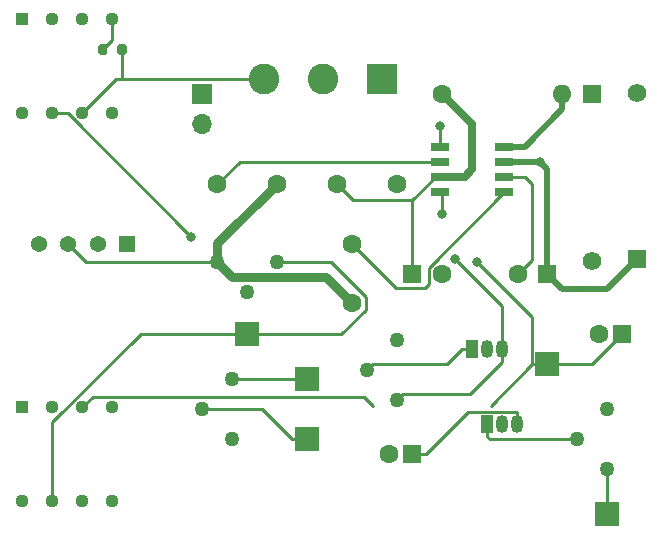
<source format=gbr>
%TF.GenerationSoftware,KiCad,Pcbnew,(5.1.9)-1*%
%TF.CreationDate,2021-05-16T10:50:45-07:00*%
%TF.ProjectId,VacuumSensor,56616375-756d-4536-956e-736f722e6b69,rev?*%
%TF.SameCoordinates,Original*%
%TF.FileFunction,Copper,L1,Top*%
%TF.FilePolarity,Positive*%
%FSLAX46Y46*%
G04 Gerber Fmt 4.6, Leading zero omitted, Abs format (unit mm)*
G04 Created by KiCad (PCBNEW (5.1.9)-1) date 2021-05-16 10:50:45*
%MOMM*%
%LPD*%
G01*
G04 APERTURE LIST*
%TA.AperFunction,ComponentPad*%
%ADD10C,1.260000*%
%TD*%
%TA.AperFunction,ComponentPad*%
%ADD11C,1.600000*%
%TD*%
%TA.AperFunction,ComponentPad*%
%ADD12R,1.600000X1.600000*%
%TD*%
%TA.AperFunction,SMDPad,CuDef*%
%ADD13R,2.000000X2.000000*%
%TD*%
%TA.AperFunction,ComponentPad*%
%ADD14O,1.700000X1.700000*%
%TD*%
%TA.AperFunction,ComponentPad*%
%ADD15R,1.700000X1.700000*%
%TD*%
%TA.AperFunction,ComponentPad*%
%ADD16C,1.575000*%
%TD*%
%TA.AperFunction,ComponentPad*%
%ADD17R,1.575000X1.575000*%
%TD*%
%TA.AperFunction,ComponentPad*%
%ADD18O,1.600000X1.600000*%
%TD*%
%TA.AperFunction,SMDPad,CuDef*%
%ADD19R,1.528000X0.650000*%
%TD*%
%TA.AperFunction,ComponentPad*%
%ADD20C,1.130000*%
%TD*%
%TA.AperFunction,ComponentPad*%
%ADD21R,1.130000X1.130000*%
%TD*%
%TA.AperFunction,ComponentPad*%
%ADD22C,1.365000*%
%TD*%
%TA.AperFunction,ComponentPad*%
%ADD23R,1.365000X1.365000*%
%TD*%
%TA.AperFunction,ComponentPad*%
%ADD24R,1.050000X1.500000*%
%TD*%
%TA.AperFunction,ComponentPad*%
%ADD25O,1.050000X1.500000*%
%TD*%
%TA.AperFunction,ComponentPad*%
%ADD26C,2.600000*%
%TD*%
%TA.AperFunction,ComponentPad*%
%ADD27R,2.600000X2.600000*%
%TD*%
%TA.AperFunction,ViaPad*%
%ADD28C,0.800000*%
%TD*%
%TA.AperFunction,Conductor*%
%ADD29C,0.762000*%
%TD*%
%TA.AperFunction,Conductor*%
%ADD30C,0.250000*%
%TD*%
%TA.AperFunction,Conductor*%
%ADD31C,0.635000*%
%TD*%
%TA.AperFunction,Conductor*%
%ADD32C,0.508000*%
%TD*%
G04 APERTURE END LIST*
D10*
%TO.P,10VSourceAdj1,3*%
%TO.N,GND*%
X95250000Y-103124000D03*
%TO.P,10VSourceAdj1,2*%
%TO.N,Net-(10VSourceAdj1-Pad2)*%
X97790000Y-105664000D03*
%TO.P,10VSourceAdj1,1*%
%TO.N,+10V*%
X100330000Y-103124000D03*
%TD*%
D11*
%TO.P,C5,2*%
%TO.N,GND*%
X120690000Y-104140000D03*
D12*
%TO.P,C5,1*%
%TO.N,+VDC*%
X123190000Y-104140000D03*
%TD*%
D11*
%TO.P,C3,2*%
%TO.N,GND*%
X114260000Y-104140000D03*
D12*
%TO.P,C3,1*%
%TO.N,+10V*%
X111760000Y-104140000D03*
%TD*%
D13*
%TO.P,TP1,1*%
%TO.N,+10V*%
X97790000Y-109220000D03*
%TD*%
D14*
%TO.P,J2,2*%
%TO.N,Net-(IC2-Pad1)*%
X93980000Y-91440000D03*
D15*
%TO.P,J2,1*%
%TO.N,+10V*%
X93980000Y-88900000D03*
%TD*%
D16*
%TO.P,D1,2*%
%TO.N,Net-(D1-Pad2)*%
X130810000Y-88770000D03*
D17*
%TO.P,D1,1*%
%TO.N,+VDC*%
X130810000Y-102870000D03*
%TD*%
D11*
%TO.P,C8,2*%
%TO.N,GND*%
X109760000Y-119380000D03*
D12*
%TO.P,C8,1*%
%TO.N,Net-(C8-Pad1)*%
X111760000Y-119380000D03*
%TD*%
D11*
%TO.P,C6,2*%
%TO.N,GND*%
X127540000Y-109220000D03*
D12*
%TO.P,C6,1*%
%TO.N,Net-(C6-Pad1)*%
X129540000Y-109220000D03*
%TD*%
D18*
%TO.P,L1,2*%
%TO.N,Net-(D2-Pad1)*%
X124460000Y-88900000D03*
D11*
%TO.P,L1,1*%
%TO.N,+10V*%
X114300000Y-88900000D03*
%TD*%
D19*
%TO.P,IC1,8*%
%TO.N,Net-(D2-Pad1)*%
X119551000Y-93345000D03*
%TO.P,IC1,7*%
%TO.N,+VDC*%
X119551000Y-94615000D03*
%TO.P,IC1,6*%
%TO.N,GND*%
X119551000Y-95885000D03*
%TO.P,IC1,5*%
%TO.N,Net-(C4-Pad1)*%
X119551000Y-97155000D03*
%TO.P,IC1,4*%
%TO.N,Net-(10VSourceAdj1-Pad2)*%
X114129000Y-97155000D03*
%TO.P,IC1,3*%
%TO.N,+10V*%
X114129000Y-95885000D03*
%TO.P,IC1,2*%
%TO.N,Net-(C1-Pad1)*%
X114129000Y-94615000D03*
%TO.P,IC1,1*%
%TO.N,Net-(IC1-Pad1)*%
X114129000Y-93345000D03*
%TD*%
D16*
%TO.P,D2,2*%
%TO.N,GND*%
X127000000Y-103000000D03*
D17*
%TO.P,D2,1*%
%TO.N,Net-(D2-Pad1)*%
X127000000Y-88900000D03*
%TD*%
D11*
%TO.P,C4,2*%
%TO.N,GND*%
X106680000Y-106600000D03*
%TO.P,C4,1*%
%TO.N,Net-(C4-Pad1)*%
X106680000Y-101600000D03*
%TD*%
%TO.P,C2,2*%
%TO.N,Net-(10VSourceAdj1-Pad2)*%
X110410000Y-96520000D03*
%TO.P,C2,1*%
%TO.N,+10V*%
X105410000Y-96520000D03*
%TD*%
%TO.P,C1,2*%
%TO.N,GND*%
X100250000Y-96520000D03*
%TO.P,C1,1*%
%TO.N,Net-(C1-Pad1)*%
X95250000Y-96520000D03*
%TD*%
D20*
%TO.P,IC5,8*%
%TO.N,N/C*%
X78740000Y-90490000D03*
%TO.P,IC5,7*%
%TO.N,Net-(C8-Pad1)*%
X81280000Y-90490000D03*
%TO.P,IC5,6*%
%TO.N,Net-(IC5-Pad2)*%
X83820000Y-90490000D03*
%TO.P,IC5,5*%
%TO.N,N/C*%
X86360000Y-90490000D03*
%TO.P,IC5,4*%
%TO.N,GND*%
X86360000Y-82550000D03*
%TO.P,IC5,3*%
%TO.N,Net-(IC3-Pad7)*%
X83820000Y-82550000D03*
%TO.P,IC5,2*%
%TO.N,Net-(IC5-Pad2)*%
X81280000Y-82550000D03*
D21*
%TO.P,IC5,1*%
%TO.N,N/C*%
X78740000Y-82550000D03*
%TD*%
D20*
%TO.P,IC4,8*%
%TO.N,N/C*%
X78740000Y-123350000D03*
%TO.P,IC4,7*%
%TO.N,+10V*%
X81280000Y-123350000D03*
%TO.P,IC4,6*%
%TO.N,Net-(IC3-Pad6)*%
X83820000Y-123350000D03*
%TO.P,IC4,5*%
%TO.N,N/C*%
X86360000Y-123350000D03*
%TO.P,IC4,4*%
%TO.N,GND*%
X86360000Y-115410000D03*
%TO.P,IC4,3*%
%TO.N,Net-(C6-Pad1)*%
X83820000Y-115410000D03*
%TO.P,IC4,2*%
%TO.N,Net-(IC3-Pad6)*%
X81280000Y-115410000D03*
D21*
%TO.P,IC4,1*%
%TO.N,N/C*%
X78740000Y-115410000D03*
%TD*%
D22*
%TO.P,IC2,4*%
%TO.N,Net-(IC2-Pad4)*%
X80130000Y-101600000D03*
%TO.P,IC2,3*%
%TO.N,GND*%
X82630000Y-101600000D03*
%TO.P,IC2,2*%
%TO.N,Net-(IC2-Pad2)*%
X85130000Y-101600000D03*
D23*
%TO.P,IC2,1*%
%TO.N,Net-(IC2-Pad1)*%
X87630000Y-101600000D03*
%TD*%
D10*
%TO.P,GAIN1,1*%
%TO.N,N/C*%
X96520000Y-118110000D03*
%TO.P,GAIN1,2*%
%TO.N,Net-(GAIN1-Pad2)*%
X93980000Y-115570000D03*
%TO.P,GAIN1,3*%
%TO.N,Net-(GAIN1-Pad3)*%
X96520000Y-113030000D03*
%TD*%
D13*
%TO.P,TP5,1*%
%TO.N,Net-(C8-Pad1)*%
X128270000Y-124460000D03*
%TD*%
%TO.P,TP4,1*%
%TO.N,Net-(C6-Pad1)*%
X123190000Y-111760000D03*
%TD*%
%TO.P,TP3,1*%
%TO.N,Net-(GAIN1-Pad2)*%
X102870000Y-118110000D03*
%TD*%
%TO.P,TP2,1*%
%TO.N,Net-(GAIN1-Pad3)*%
X102870000Y-113030000D03*
%TD*%
D24*
%TO.P,U2,1*%
%TO.N,Net-(U2-Pad1)*%
X118110000Y-116840000D03*
D25*
%TO.P,U2,3*%
%TO.N,Net-(C8-Pad1)*%
X120650000Y-116840000D03*
%TO.P,U2,2*%
%TO.N,GND*%
X119380000Y-116840000D03*
%TD*%
D24*
%TO.P,U1,1*%
%TO.N,Net-(U1-Pad1)*%
X116840000Y-110490000D03*
D25*
%TO.P,U1,3*%
%TO.N,Net-(R2-Pad2)*%
X119380000Y-110490000D03*
%TO.P,U1,2*%
%TO.N,GND*%
X118110000Y-110490000D03*
%TD*%
D10*
%TO.P,VoutS1,1*%
%TO.N,Net-(C8-Pad1)*%
X128270000Y-120650000D03*
%TO.P,VoutS1,2*%
%TO.N,Net-(U2-Pad1)*%
X125730000Y-118110000D03*
%TO.P,VoutS1,3*%
%TO.N,GND*%
X128270000Y-115570000D03*
%TD*%
%TO.P,VRef1,1*%
%TO.N,Net-(R2-Pad2)*%
X110490000Y-114808000D03*
%TO.P,VRef1,2*%
%TO.N,Net-(U1-Pad1)*%
X107950000Y-112268000D03*
%TO.P,VRef1,3*%
%TO.N,GND*%
X110490000Y-109728000D03*
%TD*%
%TO.P,R9,2*%
%TO.N,GND*%
%TA.AperFunction,SMDPad,CuDef*%
G36*
G01*
X85935000Y-84815000D02*
X85935000Y-85365000D01*
G75*
G02*
X85735000Y-85565000I-200000J0D01*
G01*
X85335000Y-85565000D01*
G75*
G02*
X85135000Y-85365000I0J200000D01*
G01*
X85135000Y-84815000D01*
G75*
G02*
X85335000Y-84615000I200000J0D01*
G01*
X85735000Y-84615000D01*
G75*
G02*
X85935000Y-84815000I0J-200000D01*
G01*
G37*
%TD.AperFunction*%
%TO.P,R9,1*%
%TO.N,Net-(IC5-Pad2)*%
%TA.AperFunction,SMDPad,CuDef*%
G36*
G01*
X87585000Y-84815000D02*
X87585000Y-85365000D01*
G75*
G02*
X87385000Y-85565000I-200000J0D01*
G01*
X86985000Y-85565000D01*
G75*
G02*
X86785000Y-85365000I0J200000D01*
G01*
X86785000Y-84815000D01*
G75*
G02*
X86985000Y-84615000I200000J0D01*
G01*
X87385000Y-84615000D01*
G75*
G02*
X87585000Y-84815000I0J-200000D01*
G01*
G37*
%TD.AperFunction*%
%TD*%
D26*
%TO.P,J1,3*%
%TO.N,Net-(IC5-Pad2)*%
X99220000Y-87630000D03*
%TO.P,J1,2*%
%TO.N,Net-(D1-Pad2)*%
X104220000Y-87630000D03*
D27*
%TO.P,J1,1*%
%TO.N,GND*%
X109220000Y-87630000D03*
%TD*%
D28*
%TO.N,+VDC*%
X122555000Y-94615000D03*
%TO.N,Net-(10VSourceAdj1-Pad2)*%
X114300000Y-99060000D03*
%TO.N,Net-(IC1-Pad1)*%
X114129000Y-91611000D03*
%TO.N,Net-(C6-Pad1)*%
X117193100Y-103055000D03*
%TO.N,Net-(C8-Pad1)*%
X93026700Y-100962700D03*
%TO.N,Net-(R2-Pad2)*%
X115384500Y-102851700D03*
%TD*%
D29*
%TO.N,GND*%
X95250000Y-101520000D02*
X100250000Y-96520000D01*
D30*
X119551000Y-95885000D02*
X121285000Y-95885000D01*
X121285000Y-95885000D02*
X121920000Y-96520000D01*
X121920000Y-96520000D02*
X121920000Y-102910000D01*
X121920000Y-102910000D02*
X120690000Y-104140000D01*
X86360000Y-82550000D02*
X86360000Y-84265000D01*
X86360000Y-84265000D02*
X85535000Y-85090000D01*
D29*
X95250000Y-103124000D02*
X95250000Y-101520000D01*
X104415001Y-104335001D02*
X106680000Y-106600000D01*
X96461001Y-104335001D02*
X104415001Y-104335001D01*
X95250000Y-103124000D02*
X96461001Y-104335001D01*
D30*
X84154000Y-103124000D02*
X95250000Y-103124000D01*
X82630000Y-101600000D02*
X84154000Y-103124000D01*
%TO.N,Net-(C1-Pad1)*%
X95250000Y-96520000D02*
X97155000Y-94615000D01*
X97155000Y-94615000D02*
X114129000Y-94615000D01*
%TO.N,Net-(GAIN1-Pad2)*%
X102870000Y-118110000D02*
X101544700Y-118110000D01*
X93980000Y-115570000D02*
X99004700Y-115570000D01*
X99004700Y-115570000D02*
X101544700Y-118110000D01*
%TO.N,Net-(GAIN1-Pad3)*%
X96520000Y-113030000D02*
X102870000Y-113030000D01*
%TO.N,Net-(U2-Pad1)*%
X118110000Y-116840000D02*
X118110000Y-117915300D01*
X125730000Y-118110000D02*
X118304700Y-118110000D01*
X118304700Y-118110000D02*
X118110000Y-117915300D01*
%TO.N,+10V*%
X107808300Y-106094400D02*
X107808300Y-107152400D01*
X107808300Y-107152400D02*
X105740700Y-109220000D01*
X105740700Y-109220000D02*
X97790000Y-109220000D01*
X105410000Y-96520000D02*
X106740000Y-97850000D01*
X106740000Y-97850000D02*
X111760000Y-97850000D01*
X81280000Y-123350000D02*
X81280000Y-116680200D01*
X81280000Y-116680200D02*
X88740200Y-109220000D01*
X88740200Y-109220000D02*
X97790000Y-109220000D01*
D31*
X114129000Y-95885000D02*
X116205000Y-95885000D01*
X116205000Y-95885000D02*
X116840000Y-95250000D01*
X116840000Y-95250000D02*
X116840000Y-91440000D01*
X116840000Y-91440000D02*
X114300000Y-88900000D01*
D30*
X111760000Y-104140000D02*
X111760000Y-97850000D01*
X111760000Y-97850000D02*
X113725000Y-95885000D01*
X113725000Y-95885000D02*
X114129000Y-95885000D01*
X104837900Y-103124000D02*
X104996950Y-103283050D01*
X100330000Y-103124000D02*
X104837900Y-103124000D01*
X104996950Y-103283050D02*
X107808300Y-106094400D01*
%TO.N,Net-(C4-Pad1)*%
X106680000Y-101600000D02*
X110345000Y-105265000D01*
X110345000Y-105265000D02*
X112820000Y-105265000D01*
X112820000Y-105265000D02*
X113135000Y-104950000D01*
X113135000Y-104950000D02*
X113135000Y-103571000D01*
X113135000Y-103571000D02*
X119551000Y-97155000D01*
D32*
%TO.N,+VDC*%
X130810000Y-102870000D02*
X128270000Y-105410000D01*
X128270000Y-105410000D02*
X124460000Y-105410000D01*
X124460000Y-105410000D02*
X123190000Y-104140000D01*
X119551000Y-94615000D02*
X122555000Y-94615000D01*
X122555000Y-94615000D02*
X123190000Y-95250000D01*
X123190000Y-95250000D02*
X123190000Y-104140000D01*
D30*
%TO.N,Net-(10VSourceAdj1-Pad2)*%
X114300000Y-99060000D02*
X114300000Y-97326000D01*
X114300000Y-97326000D02*
X114129000Y-97155000D01*
%TO.N,Net-(IC1-Pad1)*%
X114129000Y-93345000D02*
X114129000Y-91611000D01*
%TO.N,Net-(C6-Pad1)*%
X121864700Y-111760000D02*
X121864700Y-107726600D01*
X121864700Y-107726600D02*
X117193100Y-103055000D01*
X123190000Y-111760000D02*
X121864700Y-111760000D01*
X83820000Y-115410000D02*
X84742800Y-114487200D01*
X84742800Y-114487200D02*
X107623400Y-114487200D01*
X107623400Y-114487200D02*
X108391600Y-115255400D01*
X118369300Y-115255400D02*
X121864700Y-111760000D01*
X129540000Y-109220000D02*
X127000000Y-111760000D01*
X127000000Y-111760000D02*
X123190000Y-111760000D01*
%TO.N,Net-(C8-Pad1)*%
X93026700Y-100962700D02*
X82554000Y-90490000D01*
X82554000Y-90490000D02*
X81280000Y-90490000D01*
X111760000Y-119380000D02*
X112885300Y-119380000D01*
X120650000Y-116840000D02*
X120650000Y-115764700D01*
X120650000Y-115764700D02*
X116500600Y-115764700D01*
X116500600Y-115764700D02*
X112885300Y-119380000D01*
X128270000Y-120650000D02*
X128270000Y-124460000D01*
D32*
%TO.N,Net-(D2-Pad1)*%
X119551000Y-93345000D02*
X121285000Y-93345000D01*
X121285000Y-93345000D02*
X124460000Y-90170000D01*
X124460000Y-90170000D02*
X124460000Y-88900000D01*
D30*
%TO.N,Net-(IC5-Pad2)*%
X87185000Y-87630000D02*
X87185000Y-85090000D01*
X99220000Y-87630000D02*
X87185000Y-87630000D01*
X87185000Y-87630000D02*
X86680000Y-87630000D01*
X86680000Y-87630000D02*
X83820000Y-90490000D01*
%TO.N,Net-(R2-Pad2)*%
X119380000Y-110490000D02*
X119380000Y-111565300D01*
X116645300Y-114300000D02*
X119380000Y-111565300D01*
X115384500Y-102851700D02*
X119380000Y-106847200D01*
X119380000Y-106847200D02*
X119380000Y-110490000D01*
X110998000Y-114300000D02*
X110490000Y-114808000D01*
X116645300Y-114300000D02*
X110998000Y-114300000D01*
%TO.N,Net-(U1-Pad1)*%
X115989700Y-110490000D02*
X114719700Y-111760000D01*
X116840000Y-110490000D02*
X115989700Y-110490000D01*
X108458000Y-111760000D02*
X107950000Y-112268000D01*
X114719700Y-111760000D02*
X108458000Y-111760000D01*
%TD*%
M02*

</source>
